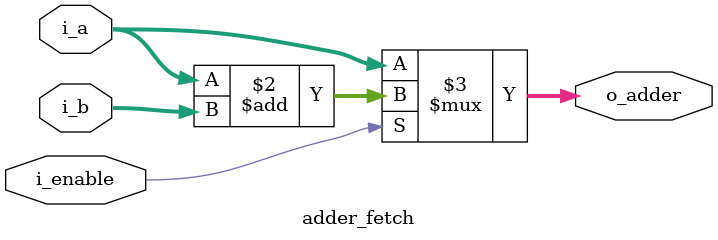
<source format=v>
`timescale 1ns / 1ps


module adder_fetch
    #(
        parameter LEN=32
    )
    (
        input [LEN-1:0] i_a,
        input [LEN-1:0] i_b,
        input i_enable,
        output [LEN-1:0] o_adder
    );
    
    assign o_adder = i_enable==1'b1 ? i_a + i_b : i_a; 
endmodule


</source>
